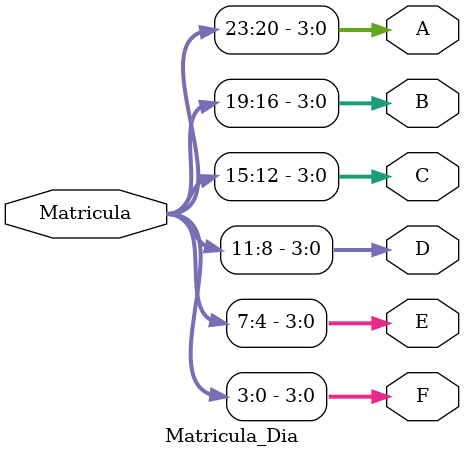
<source format=v>
`timescale 1ns/1ps
module Matricula_Dia(
input [23:0] Matricula,
output reg [3:0] F,
output reg [3:0] E,
output reg [3:0] D,
output reg [3:0] C,
output reg [3:0] B,
output reg [3:0] A
    );
always @ (Matricula)
		begin
			F = {Matricula[3:0]};
			E = {Matricula[7:4]};
			D = {Matricula[11:8]};
			C = {Matricula[15:12]};
			B = {Matricula[19:16]};
			A = {Matricula[23:20]};
		end
endmodule

</source>
